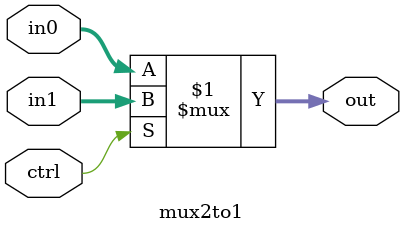
<source format=v>
module mux2to1 
	#(parameter SIZE = 32)
	(
	input wire [SIZE-1:0] in0,
	input wire [SIZE-1:0] in1,
	input wire ctrl,

	output wire [SIZE-1:0] out
	);

	assign out = ctrl ? in1 : in0;

endmodule

</source>
